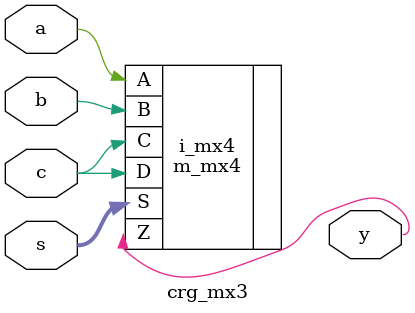
<source format=v>
module crg_mx3 (a, b, c, s, y);
   input             a;  // Data a input
   input             b;  // Data b input
   input             c;  // Data c input
   input  wire [1:0] s;  // Select input
   output            y;  // MUX data ouput.
   wire              y;

   m_mx4 i_mx4(.A(a), .B(b), .C(c), .D(c), .S(s), .Z(y));

endmodule // crg_mx3

</source>
